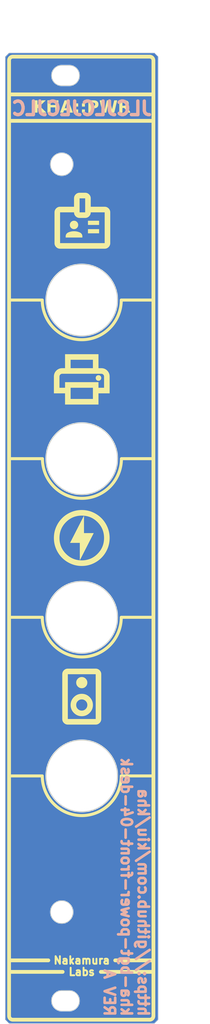
<source format=kicad_pcb>
(kicad_pcb (version 20221018) (generator pcbnew)
  (layers (0 "F.Cu" signal) (31 "B.Cu" signal) (34 "B.Paste" user) (35 "F.Paste" user) (36 "B.SilkS" user "B.Silkscreen") (37 "F.SilkS" user "F.Silkscreen") (38 "B.Mask" user) (39 "F.Mask" user) (44 "Edge.Cuts" user))
  (net 0 "")
  (gr_poly (pts (xy 72.305083 46.554992) (xy 70.823416 46.554992) (xy 70.823416 45.999367) (xy 72.305083 45.999367)) (fill solid) (layer "F.SilkS"))
  (gr_poly (pts (xy 72.305083 47.666242) (xy 70.823416 47.666242) (xy 70.823416 47.110617) (xy 72.305083 47.110617)) (fill solid) (layer "F.SilkS"))
  (gr_poly (pts (xy 70.490855 42.29605) (xy 70.528023 42.298601) (xy 70.564504 42.302851) (xy 70.600298 42.308801) (xy 70.635404 42.316452) (xy 70.669823 42.325803) (xy 70.703555 42.336854) (xy 70.7366 42.349605) (xy 70.768957 42.364056) (xy 70.800627 42.380208) (xy 70.831609 42.39806) (xy 70.861905 42.417611) (xy 70.891513 42.438863) (xy 70.920433 42.461815) (xy 70.948667 42.486468) (xy 70.976213 42.51282) (xy 71.002565 42.540366) (xy 71.027218 42.5686) (xy 71.05017 42.59752) (xy 71.071422 42.627128) (xy 71.090973 42.657424) (xy 71.108825 42.688406) (xy 71.124976 42.720076) (xy 71.139428 42.752433) (xy 71.152179 42.785478) (xy 71.16323 42.81921) (xy 71.172581 42.853629) (xy 71.180231 42.888735) (xy 71.186182 42.924529) (xy 71.190432 42.96101) (xy 71.192983 42.998178) (xy 71.193833 43.036034) (xy 71.193833 44.147283) (xy 73.045916 44.147283) (xy 73.083772 44.148134) (xy 73.12094 44.150684) (xy 73.157421 44.154934) (xy 73.193215 44.160885) (xy 73.228321 44.168535) (xy 73.26274 44.177886) (xy 73.296472 44.188937) (xy 73.329516 44.201688) (xy 73.361873 44.21614) (xy 73.393543 44.232291) (xy 73.424526 44.250143) (xy 73.454821 44.269695) (xy 73.484429 44.290947) (xy 73.51335 44.313899) (xy 73.541584 44.338551) (xy 73.56913 44.364903) (xy 73.595482 44.392449) (xy 73.620134 44.420683) (xy 73.643086 44.449604) (xy 73.664338 44.479212) (xy 73.68389 44.509507) (xy 73.701742 44.54049) (xy 73.717893 44.572159) (xy 73.732345 44.604517) (xy 73.745096 44.637561) (xy 73.756147 44.671293) (xy 73.765498 44.705712) (xy 73.773148 44.740818) (xy 73.779099 44.776612) (xy 73.783349 44.813093) (xy 73.785899 44.850261) (xy 73.786749 44.888117) (xy 73.786749 48.9627) (xy 73.785899 49.000556) (xy 73.783349 49.037724) (xy 73.779099 49.074205) (xy 73.773148 49.109999) (xy 73.765498 49.145105) (xy 73.756147 49.179524) (xy 73.745096 49.213256) (xy 73.732345 49.2463) (xy 73.717893 49.278657) (xy 73.701742 49.310327) (xy 73.68389 49.34131) (xy 73.664338 49.371605) (xy 73.643086 49.401213) (xy 73.620134 49.430134) (xy 73.595482 49.458368) (xy 73.56913 49.485914) (xy 73.541584 49.512266) (xy 73.51335 49.536918) (xy 73.484429 49.55987) (xy 73.454821 49.581122) (xy 73.424526 49.600674) (xy 73.393543 49.618526) (xy 73.361873 49.634677) (xy 73.329516 49.649129) (xy 73.296472 49.66188) (xy 73.26274 49.672931) (xy 73.228321 49.682282) (xy 73.193215 49.689932) (xy 73.157421 49.695883) (xy 73.12094 49.700133) (xy 73.083772 49.702683) (xy 73.045916 49.703533) (xy 67.11925 49.703533) (xy 67.081394 49.702683) (xy 67.044226 49.700133) (xy 67.007745 49.695883) (xy 66.971951 49.689932) (xy 66.936845 49.682282) (xy 66.902426 49.672931) (xy 66.868694 49.66188) (xy 66.835649 49.649129) (xy 66.803292 49.634677) (xy 66.771622 49.618526) (xy 66.74064 49.600674) (xy 66.710344 49.581122) (xy 66.680736 49.55987) (xy 66.651816 49.536918) (xy 66.623582 49.512266) (xy 66.596036 49.485914) (xy 66.569684 49.458368) (xy 66.545031 49.430134) (xy 66.522079 49.401213) (xy 66.500827 49.371605) (xy 66.481276 49.34131) (xy 66.463424 49.310327) (xy 66.447273 49.278657) (xy 66.432821 49.2463) (xy 66.42007 49.213256) (xy 66.409019 49.179524) (xy 66.399668 49.145105) (xy 66.392018 49.109999) (xy 66.386067 49.074205) (xy 66.381817 49.037724) (xy 66.379266 49.000556) (xy 66.378416 48.9627) (xy 66.378416 44.888117) (xy 67.11925 44.888117) (xy 67.11925 48.9627) (xy 73.045916 48.9627) (xy 73.045916 44.888117) (xy 71.193833 44.888117) (xy 71.192983 44.925972) (xy 71.190432 44.963141) (xy 71.186182 44.999622) (xy 71.180231 45.035415) (xy 71.172581 45.070522) (xy 71.16323 45.104941) (xy 71.152179 45.138673) (xy 71.139428 45.171717) (xy 71.124976 45.204074) (xy 71.108825 45.235744) (xy 71.090973 45.266727) (xy 71.071422 45.297022) (xy 71.05017 45.32663) (xy 71.027218 45.355551) (xy 71.002565 45.383784) (xy 70.976213 45.41133) (xy 70.948667 45.437683) (xy 70.920433 45.462335) (xy 70.891513 45.485287) (xy 70.861905 45.506539) (xy 70.831609 45.526091) (xy 70.800627 45.543943) (xy 70.768957 45.560094) (xy 70.7366 45.574545) (xy 70.703555 45.587297) (xy 70.669823 45.598348) (xy 70.635404 45.607698) (xy 70.600298 45.615349) (xy 70.564504 45.6213) (xy 70.528023 45.62555) (xy 70.490855 45.6281) (xy 70.453 45.62895) (xy 69.712166 45.62895) (xy 69.674311 45.6281) (xy 69.637142 45.62555) (xy 69.600661 45.6213) (xy 69.564868 45.615349) (xy 69.529761 45.607698) (xy 69.495342 45.598348) (xy 69.46161 45.587297) (xy 69.428566 45.574545) (xy 69.396209 45.560094) (xy 69.364539 45.543943) (xy 69.333556 45.526091) (xy 69.303261 45.506539) (xy 69.273653 45.485287) (xy 69.244732 45.462335) (xy 69.216499 45.437683) (xy 69.188953 45.41133) (xy 69.1626 45.383784) (xy 69.137948 45.355551) (xy 69.114996 45.32663) (xy 69.093744 45.297022) (xy 69.074192 45.266727) (xy 69.056341 45.235744) (xy 69.040189 45.204074) (xy 69.025738 45.171717) (xy 69.012987 45.138673) (xy 69.001936 45.104941) (xy 68.992585 45.070522) (xy 68.984934 45.035415) (xy 68.978984 44.999622) (xy 68.974733 44.963141) (xy 68.972183 44.925972) (xy 68.971333 44.888117) (xy 67.11925 44.888117) (xy 66.378416 44.888117) (xy 66.379266 44.850261) (xy 66.381817 44.813093) (xy 66.386067 44.776612) (xy 66.392018 44.740818) (xy 66.399668 44.705712) (xy 66.409019 44.671293) (xy 66.42007 44.637561) (xy 66.432821 44.604517) (xy 66.447273 44.572159) (xy 66.463424 44.54049) (xy 66.481276 44.509507) (xy 66.500827 44.479212) (xy 66.522079 44.449604) (xy 66.545031 44.420683) (xy 66.569684 44.392449) (xy 66.596036 44.364903) (xy 66.623582 44.338551) (xy 66.651816 44.313899) (xy 66.680736 44.290947) (xy 66.710344 44.269695) (xy 66.74064 44.250143) (xy 66.771622 44.232291) (xy 66.803292 44.21614) (xy 66.835649 44.201688) (xy 66.868694 44.188937) (xy 66.902426 44.177886) (xy 66.936845 44.168535) (xy 66.971951 44.160885) (xy 67.007745 44.154934) (xy 67.044226 44.150684) (xy 67.081394 44.148134) (xy 67.11925 44.147283) (xy 68.971333 44.147283) (xy 68.971333 43.036034) (xy 69.712166 43.036034) (xy 69.712166 44.888117) (xy 70.453 44.888117) (xy 70.453 43.036034) (xy 69.712166 43.036034) (xy 68.971333 43.036034) (xy 68.972183 42.998178) (xy 68.974733 42.96101) (xy 68.978984 42.924529) (xy 68.984934 42.888735) (xy 68.992585 42.853629) (xy 69.001936 42.81921) (xy 69.012987 42.785478) (xy 69.025738 42.752433) (xy 69.040189 42.720076) (xy 69.056341 42.688406) (xy 69.074192 42.657424) (xy 69.093744 42.627128) (xy 69.114996 42.59752) (xy 69.137948 42.5686) (xy 69.1626 42.540366) (xy 69.188953 42.51282) (xy 69.216499 42.486468) (xy 69.244732 42.461815) (xy 69.273653 42.438863) (xy 69.303261 42.417611) (xy 69.333556 42.39806) (xy 69.364539 42.380208) (xy 69.396209 42.364056) (xy 69.428566 42.349605) (xy 69.46161 42.336854) (xy 69.495342 42.325803) (xy 69.529761 42.316452) (xy 69.564868 42.308801) (xy 69.600661 42.302851) (xy 69.637142 42.298601) (xy 69.674311 42.29605) (xy 69.712166 42.2952) (xy 70.453 42.2952)) (fill solid) (layer "F.SilkS"))
  (gr_line (start 64.75 98.5) (end 60.5 98.5) (stroke (width 0.4)) (layer "F.SilkS"))
  (gr_arc (start 79.525 151.275001) (mid 79.378553 151.628554) (end 79.025 151.775001) (stroke (width 0.5)) (layer "F.SilkS"))
  (gr_line (start 67.46 145.441) (end 60.348 145.441) (stroke (width 0.5)) (layer "F.SilkS"))
  (gr_arc (start 75.25 98.5) (mid 70 103.75) (end 64.75 98.5) (stroke (width 0.4)) (layer "F.SilkS"))
  (gr_line (start 65.555 143.917) (end 60.348 143.917) (stroke (width 0.5)) (layer "F.SilkS"))
  (gr_poly (pts (xy 72.24198 66.444792) (xy 72.261062 66.44604) (xy 72.279745 66.44812) (xy 72.298031 66.451032) (xy 72.315919 66.454776) (xy 72.333408 66.459352) (xy 72.3505 66.464759) (xy 72.367194 66.470999) (xy 72.383491 66.478071) (xy 72.399389 66.485975) (xy 72.414889 66.494711) (xy 72.429992 66.504279) (xy 72.444696 66.514679) (xy 72.459003 66.525911) (xy 72.472912 66.537975) (xy 72.486423 66.55087) (xy 72.499319 66.564381) (xy 72.511382 66.57829) (xy 72.522614 66.592597) (xy 72.533014 66.607301) (xy 72.542582 66.622404) (xy 72.551318 66.637904) (xy 72.559222 66.653802) (xy 72.566294 66.670099) (xy 72.572534 66.686793) (xy 72.577941 66.703885) (xy 72.582517 66.721374) (xy 72.586261 66.739262) (xy 72.589173 66.757548) (xy 72.591253 66.776231) (xy 72.592501 66.795313) (xy 72.592917 66.814792) (xy 72.592501 66.834272) (xy 72.591253 66.853353) (xy 72.589173 66.872037) (xy 72.586261 66.890323) (xy 72.582517 66.908211) (xy 72.577941 66.925701) (xy 72.572534 66.942793) (xy 72.566294 66.959487) (xy 72.559222 66.975783) (xy 72.551318 66.991681) (xy 72.542582 67.007181) (xy 72.533014 67.022284) (xy 72.522614 67.036988) (xy 72.511382 67.051295) (xy 72.499319 67.065204) (xy 72.486423 67.078714) (xy 72.472912 67.09161) (xy 72.459003 67.103674) (xy 72.444696 67.114906) (xy 72.429992 67.125306) (xy 72.414889 67.134874) (xy 72.399389 67.143609) (xy 72.383491 67.151513) (xy 72.367194 67.158585) (xy 72.3505 67.164825) (xy 72.333408 67.170233) (xy 72.315919 67.174809) (xy 72.298031 67.178553) (xy 72.279745 67.181465) (xy 72.261062 67.183545) (xy 72.24198 67.184793) (xy 72.222501 67.185209) (xy 72.203021 67.184793) (xy 72.18394 67.183545) (xy 72.165256 67.181465) (xy 72.146971 67.178553) (xy 72.129083 67.174809) (xy 72.111593 67.170233) (xy 72.094501 67.164825) (xy 72.077807 67.158585) (xy 72.061511 67.151513) (xy 72.045613 67.143609) (xy 72.030112 67.134874) (xy 72.01501 67.125306) (xy 72.000305 67.114906) (xy 71.985998 67.103674) (xy 71.97209 67.09161) (xy 71.958579 67.078714) (xy 71.945683 67.065204) (xy 71.933619 67.051295) (xy 71.922387 67.036988) (xy 71.911987 67.022284) (xy 71.902419 67.007181) (xy 71.893683 66.991681) (xy 71.88578 66.975783) (xy 71.878708 66.959487) (xy 71.872468 66.942793) (xy 71.86706 66.925701) (xy 71.862484 66.908211) (xy 71.85874 66.890323) (xy 71.855828 66.872037) (xy 71.853748 66.853353) (xy 71.8525 66.834272) (xy 71.852084 66.814792) (xy 71.8525 66.795313) (xy 71.853748 66.776231) (xy 71.855828 66.757548) (xy 71.85874 66.739262) (xy 71.862484 66.721374) (xy 71.86706 66.703885) (xy 71.872468 66.686793) (xy 71.878708 66.670099) (xy 71.88578 66.653802) (xy 71.893683 66.637904) (xy 71.902419 66.622404) (xy 71.911987 66.607301) (xy 71.922387 66.592597) (xy 71.933619 66.57829) (xy 71.945683 66.564381) (xy 71.958579 66.55087) (xy 71.97209 66.537975) (xy 71.985998 66.525911) (xy 72.000305 66.514679) (xy 72.01501 66.504279) (xy 72.030112 66.494711) (xy 72.045613 66.485975) (xy 72.061511 66.478071) (xy 72.077807 66.470999) (xy 72.094501 66.464759) (xy 72.111593 66.459352) (xy 72.129083 66.454776) (xy 72.146971 66.451032) (xy 72.165256 66.44812) (xy 72.18394 66.44604) (xy 72.203021 66.444792) (xy 72.222501 66.444376)) (fill solid) (layer "F.SilkS"))
  (gr_poly (pts (xy 72.222501 65.518334) (xy 72.592917 65.518334) (xy 72.651355 65.519582) (xy 72.7086 65.523326) (xy 72.764651 65.529566) (xy 72.819508 65.538302) (xy 72.873171 65.549534) (xy 72.925641 65.563262) (xy 72.976917 65.579485) (xy 73.026999 65.598205) (xy 73.075888 65.619421) (xy 73.123583 65.643133) (xy 73.170084 65.66934) (xy 73.215391 65.698044) (xy 73.259504 65.729244) (xy 73.302424 65.762939) (xy 73.34415 65.799131) (xy 73.384683 65.837818) (xy 73.42337 65.878351) (xy 73.459562 65.920077) (xy 73.493258 65.962997) (xy 73.524457 66.007111) (xy 73.553161 66.052418) (xy 73.579369 66.098919) (xy 73.60308 66.146614) (xy 73.624296 66.195502) (xy 73.643016 66.245584) (xy 73.65924 66.29686) (xy 73.672968 66.34933) (xy 73.6842 66.402993) (xy 73.692936 66.45785) (xy 73.699176 66.513901) (xy 73.70292 66.571146) (xy 73.704167 66.629584) (xy 73.704167 68.852084) (xy 72.222501 68.852084) (xy 72.222501 70.33375) (xy 67.777501 70.33375) (xy 67.777501 68.852084) (xy 66.295834 68.852084) (xy 66.295834 68.111251) (xy 67.036668 68.111251) (xy 67.777501 68.111251) (xy 68.518334 68.111251) (xy 68.518334 69.592917) (xy 71.481667 69.592917) (xy 71.481667 68.111251) (xy 68.518334 68.111251) (xy 67.777501 68.111251) (xy 67.777501 67.370418) (xy 72.222501 67.370418) (xy 72.222501 68.111251) (xy 72.963334 68.111251) (xy 72.963334 66.629584) (xy 72.962918 66.610105) (xy 72.96167 66.591023) (xy 72.95959 66.57234) (xy 72.956678 66.554054) (xy 72.952934 66.536166) (xy 72.948358 66.518676) (xy 72.94295 66.501584) (xy 72.93671 66.48489) (xy 72.929638 66.468594) (xy 72.921735 66.452696) (xy 72.912999 66.437195) (xy 72.903431 66.422093) (xy 72.893031 66.407388) (xy 72.881799 66.393082) (xy 72.869735 66.379173) (xy 72.856839 66.365662) (xy 72.843328 66.352766) (xy 72.82942 66.340703) (xy 72.815113 66.329471) (xy 72.800408 66.319071) (xy 72.785306 66.309503) (xy 72.769806 66.300767) (xy 72.753907 66.292863) (xy 72.737611 66.285791) (xy 72.720917 66.279551) (xy 72.703825 66.274143) (xy 72.686335 66.269567) (xy 72.668448 66.265823) (xy 72.650162 66.262911) (xy 72.631478 66.260832) (xy 72.612397 66.259584) (xy 72.592917 66.259168) (xy 67.407084 66.259168) (xy 67.387605 66.259584) (xy 67.368523 66.260832) (xy 67.34984 66.262911) (xy 67.331554 66.265823) (xy 67.313666 66.269567) (xy 67.296176 66.274143) (xy 67.279084 66.279551) (xy 67.26239 66.285791) (xy 67.246094 66.292863) (xy 67.230196 66.300767) (xy 67.214696 66.309503) (xy 67.199593 66.319071) (xy 67.184889 66.329471) (xy 67.170582 66.340703) (xy 67.156673 66.352766) (xy 67.143162 66.365662) (xy 67.130267 66.379173) (xy 67.118203 66.393082) (xy 67.106971 66.407388) (xy 67.096571 66.422093) (xy 67.087003 66.437195) (xy 67.078267 66.452696) (xy 67.070363 66.468594) (xy 67.063291 66.48489) (xy 67.057051 66.501584) (xy 67.051643 66.518676) (xy 67.047067 66.536166) (xy 67.043324 66.554054) (xy 67.040412 66.57234) (xy 67.038332 66.591023) (xy 67.037084 66.610105) (xy 67.036668 66.629584) (xy 67.036668 68.111251) (xy 66.295834 68.111251) (xy 66.295834 66.629584) (xy 66.2971 66.571146) (xy 66.300899 66.513901) (xy 66.307229 66.45785) (xy 66.316091 66.402993) (xy 66.327486 66.34933) (xy 66.341413 66.29686) (xy 66.357872 66.245584) (xy 66.376863 66.195502) (xy 66.398386 66.146614) (xy 66.422442 66.098919) (xy 66.449029 66.052418) (xy 66.478149 66.007111) (xy 66.509801 65.962997) (xy 66.543985 65.920077) (xy 66.580701 65.878351) (xy 66.619949 65.837818) (xy 66.661006 65.799131) (xy 66.703148 65.762939) (xy 66.746375 65.729244) (xy 66.790688 65.698044) (xy 66.836086 65.66934) (xy 66.882568 65.643133) (xy 66.930137 65.619421) (xy 66.97879 65.598205) (xy 67.028529 65.579485) (xy 67.079352 65.563262) (xy 67.131261 65.549534) (xy 67.184255 65.538302) (xy 67.238335 65.529566) (xy 67.293499 65.523326) (xy 67.349749 65.519582) (xy 67.407084 65.518334) (xy 67.777501 65.518334) (xy 67.777501 64.407084) (xy 68.518334 64.407084) (xy 68.518334 65.518334) (xy 71.481667 65.518334) (xy 71.481667 64.407084) (xy 68.518334 64.407084) (xy 67.777501 64.407084) (xy 67.777501 63.666251) (xy 72.222501 63.666251)) (fill solid) (layer "F.SilkS"))
  (gr_line (start 79.525 24.774999) (end 79.525 151.275001) (stroke (width 0.5)) (layer "F.SilkS"))
  (gr_line (start 79.5 98.5) (end 75.25 98.5) (stroke (width 0.4)) (layer "F.SilkS"))
  (gr_line (start 64.772944 77.5) (end 60.522944 77.5) (stroke (width 0.4)) (layer "F.SilkS"))
  (gr_poly (pts (xy 69 46) (xy 69.028125 46.001899) (xy 69.055708 46.005064) (xy 69.082747 46.009495) (xy 69.109244 46.015193) (xy 69.135199 46.022156) (xy 69.160611 46.030386) (xy 69.18548 46.039881) (xy 69.209807 46.050643) (xy 69.233591 46.06267) (xy 69.256832 46.075964) (xy 69.279531 46.090524) (xy 69.301687 46.10635) (xy 69.323301 46.123442) (xy 69.344372 46.1418) (xy 69.364901 46.161424) (xy 69.384525 46.181953) (xy 69.402883 46.203024) (xy 69.419975 46.224637) (xy 69.435801 46.246794) (xy 69.45036 46.269492) (xy 69.463654 46.292734) (xy 69.475682 46.316518) (xy 69.486443 46.340845) (xy 69.495939 46.365714) (xy 69.504168 46.391126) (xy 69.511132 46.41708) (xy 69.516829 46.443578) (xy 69.52126 46.470617) (xy 69.524426 46.498199) (xy 69.526325 46.526324) (xy 69.526958 46.554992) (xy 69.526325 46.583659) (xy 69.524426 46.611784) (xy 69.52126 46.639366) (xy 69.516829 46.666406) (xy 69.511132 46.692903) (xy 69.504168 46.718858) (xy 69.495939 46.74427) (xy 69.486443 46.769139) (xy 69.475682 46.793466) (xy 69.463654 46.81725) (xy 69.45036 46.840491) (xy 69.435801 46.86319) (xy 69.419975 46.885346) (xy 69.402883 46.90696) (xy 69.384525 46.928031) (xy 69.364901 46.94856) (xy 69.344372 46.968184) (xy 69.323301 46.986542) (xy 69.301687 47.003634) (xy 69.279531 47.019459) (xy 69.256832 47.034019) (xy 69.233591 47.047313) (xy 69.209807 47.059341) (xy 69.18548 47.070102) (xy 69.160611 47.079598) (xy 69.135199 47.087827) (xy 69.109244 47.094791) (xy 69.082747 47.100488) (xy 69.055708 47.104919) (xy 69.028125 47.108085) (xy 69 47.109984) (xy 68.971333 47.110617) (xy 68.942665 47.109984) (xy 68.91454 47.108085) (xy 68.886958 47.104919) (xy 68.859918 47.100488) (xy 68.833421 47.094791) (xy 68.807467 47.087827) (xy 68.782055 47.079598) (xy 68.757186 47.070102) (xy 68.732859 47.059341) (xy 68.709075 47.047313) (xy 68.685833 47.034019) (xy 68.663135 47.019459) (xy 68.640978 47.003634) (xy 68.619365 46.986542) (xy 68.598294 46.968184) (xy 68.577765 46.94856) (xy 68.558141 46.928031) (xy 68.539783 46.90696) (xy 68.522691 46.885346) (xy 68.506865 46.86319) (xy 68.492305 46.840491) (xy 68.479011 46.81725) (xy 68.466984 46.793466) (xy 68.456222 46.769139) (xy 68.446727 46.74427) (xy 68.438497 46.718858) (xy 68.431534 46.692903) (xy 68.425836 46.666406) (xy 68.421405 46.639366) (xy 68.41824 46.611784) (xy 68.416341 46.583659) (xy 68.415708 46.554992) (xy 68.416341 46.526324) (xy 68.41824 46.498199) (xy 68.421405 46.470617) (xy 68.425836 46.443578) (xy 68.431534 46.41708) (xy 68.438497 46.391126) (xy 68.446727 46.365714) (xy 68.456222 46.340845) (xy 68.466984 46.316518) (xy 68.479011 46.292734) (xy 68.492305 46.269492) (xy 68.506865 46.246794) (xy 68.522691 46.224637) (xy 68.539783 46.203024) (xy 68.558141 46.181953) (xy 68.577765 46.161424) (xy 68.598294 46.1418) (xy 68.619365 46.123442) (xy 68.640978 46.10635) (xy 68.663135 46.090524) (xy 68.685833 46.075964) (xy 68.709075 46.06267) (xy 68.732859 46.050643) (xy 68.757186 46.039881) (xy 68.782055 46.030386) (xy 68.807467 46.022156) (xy 68.833421 46.015193) (xy 68.859918 46.009495) (xy 68.886958 46.005064) (xy 68.91454 46.001899) (xy 68.942665 46) (xy 68.971333 45.999367)) (fill solid) (layer "F.SilkS"))
  (gr_line (start 79.525 143.917) (end 74.445 143.917) (stroke (width 0.5)) (layer "F.SilkS"))
  (gr_line (start 79.5 119.5) (end 75.25 119.5) (stroke (width 0.4)) (layer "F.SilkS"))
  (gr_line (start 79.522944 77.5) (end 75.272944 77.5) (stroke (width 0.4)) (layer "F.SilkS"))
  (gr_line (start 64.75 119.5) (end 60.5 119.5) (stroke (width 0.4)) (layer "F.SilkS"))
  (gr_arc (start 60.340001 24.774999) (mid 60.486448 24.421447) (end 60.84 24.275) (stroke (width 0.5)) (layer "F.SilkS"))
  (gr_line (start 64.75 56.5) (end 60.5 56.5) (stroke (width 0.4)) (layer "F.SilkS"))
  (gr_arc (start 75.25 56.5) (mid 70 61.75) (end 64.75 56.5) (stroke (width 0.4)) (layer "F.SilkS"))
  (gr_poly (pts (xy 69.024219 47.38908) (xy 69.076381 47.391034) (xy 69.12782 47.394289) (xy 69.178535 47.398847) (xy 69.228527 47.404707) (xy 69.277795 47.41187) (xy 69.32634 47.420334) (xy 69.374161 47.430101) (xy 69.421548 47.44117) (xy 69.468791 47.453542) (xy 69.515889 47.467215) (xy 69.562842 47.482191) (xy 69.60965 47.498469) (xy 69.656314 47.516049) (xy 69.702833 47.534932) (xy 69.749208 47.555116) (xy 69.768615 47.564612) (xy 69.787479 47.574578) (xy 69.805801 47.585014) (xy 69.823581 47.595921) (xy 69.840817 47.607297) (xy 69.857511 47.619144) (xy 69.873663 47.631461) (xy 69.889272 47.644249) (xy 69.904338 47.657506) (xy 69.918862 47.671234) (xy 69.932843 47.685432) (xy 69.946281 47.7001) (xy 69.959177 47.715239) (xy 69.97153 47.730848) (xy 69.983341 47.746927) (xy 69.994609 47.763476) (xy 70.005262 47.780351) (xy 70.015228 47.797407) (xy 70.024506 47.814644) (xy 70.033098 47.832061) (xy 70.041001 47.849659) (xy 70.048218 47.867439) (xy 70.054747 47.885399) (xy 70.060589 47.90354) (xy 70.065744 47.921862) (xy 70.070212 47.940364) (xy 70.073992 47.959048) (xy 70.077085 47.977913) (xy 70.07949 47.996958) (xy 70.081208 48.016184) (xy 70.082239 48.035591) (xy 70.082583 48.055179) (xy 70.082583 48.221867) (xy 67.860083 48.221867) (xy 67.860083 48.055179) (xy 67.860427 48.035591) (xy 67.861458 48.016184) (xy 67.863176 47.996958) (xy 67.865581 47.977913) (xy 67.868674 47.959048) (xy 67.872454 47.940364) (xy 67.876922 47.921862) (xy 67.882076 47.90354) (xy 67.887918 47.885399) (xy 67.894448 47.867439) (xy 67.901664 47.849659) (xy 67.909568 47.832061) (xy 67.91816 47.814644) (xy 67.927438 47.797407) (xy 67.937404 47.780351) (xy 67.948057 47.763476) (xy 67.959325 47.746927) (xy 67.971136 47.730848) (xy 67.983489 47.715239) (xy 67.996385 47.7001) (xy 68.009823 47.685432) (xy 68.023804 47.671234) (xy 68.038328 47.657506) (xy 68.053394 47.644249) (xy 68.069003 47.631461) (xy 68.085154 47.619144) (xy 68.101848 47.607297) (xy 68.119085 47.595921) (xy 68.136864 47.585014) (xy 68.155186 47.574578) (xy 68.174051 47.564612) (xy 68.193458 47.555116) (xy 68.239832 47.534932) (xy 68.286352 47.516049) (xy 68.333015 47.498469) (xy 68.379824 47.482191) (xy 68.426777 47.467215) (xy 68.473875 47.453542) (xy 68.521118 47.44117) (xy 68.568505 47.430101) (xy 68.616326 47.420334) (xy 68.664871 47.41187) (xy 68.714139 47.404707) (xy 68.764131 47.398847) (xy 68.814846 47.394289) (xy 68.866285 47.391034) (xy 68.918447 47.38908) (xy 68.971333 47.388429)) (fill solid) (layer "F.SilkS"))
  (gr_arc (start 75.272944 77.5) (mid 70.022944 82.75) (end 64.772944 77.5) (stroke (width 0.4)) (layer "F.SilkS"))
  (gr_line (start 60.34 151.275) (end 60.34 24.775) (stroke (width 0.5)) (layer "F.SilkS"))
  (gr_poly (pts (xy 70.037856 106.407934) (xy 70.075025 106.410485) (xy 70.111506 106.414735) (xy 70.147299 106.420685) (xy 70.182406 106.428336) (xy 70.216825 106.437687) (xy 70.250557 106.448738) (xy 70.283601 106.461489) (xy 70.315958 106.47594) (xy 70.347628 106.492092) (xy 70.378611 106.509944) (xy 70.408906 106.529495) (xy 70.438514 106.550747) (xy 70.467435 106.573699) (xy 70.495668 106.598352) (xy 70.523215 106.624704) (xy 70.549567 106.65225) (xy 70.574219 106.680484) (xy 70.597171 106.709404) (xy 70.618423 106.739012) (xy 70.637975 106.769308) (xy 70.655826 106.80029) (xy 70.671978 106.83196) (xy 70.686429 106.864317) (xy 70.69918 106.897362) (xy 70.710231 106.931094) (xy 70.719582 106.965513) (xy 70.727233 107.000619) (xy 70.733183 107.036413) (xy 70.737434 107.072894) (xy 70.739984 107.110062) (xy 70.740834 107.147917) (xy 70.739984 107.185773) (xy 70.737434 107.222941) (xy 70.733183 107.259422) (xy 70.727233 107.295216) (xy 70.719582 107.330322) (xy 70.710231 107.364741) (xy 70.69918 107.398473) (xy 70.686429 107.431518) (xy 70.671978 107.463875) (xy 70.655826 107.495545) (xy 70.637975 107.526527) (xy 70.618423 107.556823) (xy 70.597171 107.586431) (xy 70.574219 107.615351) (xy 70.549567 107.643585) (xy 70.523215 107.671131) (xy 70.495668 107.697483) (xy 70.467435 107.722136) (xy 70.438514 107.745088) (xy 70.408906 107.76634) (xy 70.378611 107.785892) (xy 70.347628 107.803743) (xy 70.315958 107.819895) (xy 70.283601 107.834346) (xy 70.250557 107.847097) (xy 70.216825 107.858148) (xy 70.182406 107.867499) (xy 70.147299 107.87515) (xy 70.111506 107.8811) (xy 70.075025 107.885351) (xy 70.037856 107.887901) (xy 70.000001 107.888751) (xy 69.962145 107.887901) (xy 69.924977 107.885351) (xy 69.888496 107.8811) (xy 69.852702 107.87515) (xy 69.817596 107.867499) (xy 69.783177 107.858148) (xy 69.749445 107.847097) (xy 69.716401 107.834346) (xy 69.684043 107.819895) (xy 69.652373 107.803743) (xy 69.621391 107.785892) (xy 69.591096 107.76634) (xy 69.561488 107.745088) (xy 69.532567 107.722136) (xy 69.504333 107.697483) (xy 69.476787 107.671131) (xy 69.450435 107.643585) (xy 69.425783 107.615351) (xy 69.402831 107.586431) (xy 69.381579 107.556823) (xy 69.362027 107.526527) (xy 69.344175 107.495545) (xy 69.328024 107.463875) (xy 69.313573 107.431518) (xy 69.300821 107.398473) (xy 69.28977 107.364741) (xy 69.28042 107.330322) (xy 69.272769 107.295216) (xy 69.266818 107.259422) (xy 69.262568 107.222941) (xy 69.260018 107.185773) (xy 69.259168 107.147917) (xy 69.260018 107.110062) (xy 69.262568 107.072894) (xy 69.266818 107.036413) (xy 69.272769 107.000619) (xy 69.28042 106.965513) (xy 69.28977 106.931094) (xy 69.300821 106.897362) (xy 69.313573 106.864317) (xy 69.328024 106.83196) (xy 69.344175 106.80029) (xy 69.362027 106.769308) (xy 69.381579 106.739012) (xy 69.402831 106.709404) (xy 69.425783 106.680484) (xy 69.450435 106.65225) (xy 69.476787 106.624704) (xy 69.504333 106.598352) (xy 69.532567 106.573699) (xy 69.561488 106.550747) (xy 69.591096 106.529495) (xy 69.621391 106.509944) (xy 69.652373 106.492092) (xy 69.684043 106.47594) (xy 69.716401 106.461489) (xy 69.749445 106.448738) (xy 69.783177 106.437687) (xy 69.817596 106.428336) (xy 69.852702 106.420685) (xy 69.888496 106.414735) (xy 69.924977 106.410485) (xy 69.962145 106.407934) (xy 70.000001 106.407084)) (fill solid) (layer "F.SilkS"))
  (gr_arc (start 79.025 24.274999) (mid 79.378553 24.421446) (end 79.525 24.774999) (stroke (width 0.5)) (layer "F.SilkS"))
  (gr_line (start 60.84 24.275) (end 79.025 24.274999) (stroke (width 0.5)) (layer "F.SilkS"))
  (gr_arc (start 75.25 119.5) (mid 70 124.75) (end 64.75 119.5) (stroke (width 0.4)) (layer "F.SilkS"))
  (gr_poly (pts (xy 71.88994 105.296684) (xy 71.927108 105.299235) (xy 71.963589 105.303485) (xy 71.999383 105.309435) (xy 72.034489 105.317086) (xy 72.068908 105.326437) (xy 72.10264 105.337488) (xy 72.135684 105.350239) (xy 72.168042 105.36469) (xy 72.199711 105.380842) (xy 72.230694 105.398694) (xy 72.260989 105.418245) (xy 72.290597 105.439497) (xy 72.319518 105.462449) (xy 72.347751 105.487102) (xy 72.375297 105.513454) (xy 72.40165 105.541) (xy 72.426302 105.569234) (xy 72.449254 105.598154) (xy 72.470506 105.627762) (xy 72.490058 105.658058) (xy 72.507909 105.68904) (xy 72.524061 105.72071) (xy 72.538512 105.753067) (xy 72.551263 105.786112) (xy 72.562314 105.819844) (xy 72.571665 105.854263) (xy 72.579316 105.889369) (xy 72.585266 105.925163) (xy 72.589517 105.961644) (xy 72.592067 105.998812) (xy 72.592917 106.036668) (xy 72.592917 111.963334) (xy 72.592067 112.00119) (xy 72.589517 112.038358) (xy 72.585266 112.074839) (xy 72.579316 112.110633) (xy 72.571665 112.145739) (xy 72.562314 112.180158) (xy 72.551263 112.21389) (xy 72.538512 112.246934) (xy 72.524061 112.279291) (xy 72.507909 112.310961) (xy 72.490058 112.341944) (xy 72.470506 112.372239) (xy 72.449254 112.401847) (xy 72.426302 112.430768) (xy 72.40165 112.459002) (xy 72.375297 112.486548) (xy 72.347751 112.5129) (xy 72.319518 112.537552) (xy 72.290597 112.560504) (xy 72.260989 112.581756) (xy 72.230694 112.601308) (xy 72.199711 112.61916) (xy 72.168042 112.635311) (xy 72.135684 112.649763) (xy 72.10264 112.662514) (xy 72.068908 112.673565) (xy 72.034489 112.682916) (xy 71.999383 112.690566) (xy 71.963589 112.696517) (xy 71.927108 112.700767) (xy 71.88994 112.703317) (xy 71.852084 112.704167) (xy 68.147917 112.704167) (xy 68.110062 112.703317) (xy 68.072894 112.700767) (xy 68.036413 112.696517) (xy 68.000619 112.690566) (xy 67.965513 112.682916) (xy 67.931094 112.673565) (xy 67.897362 112.662514) (xy 67.864317 112.649763) (xy 67.83196 112.635311) (xy 67.80029 112.61916) (xy 67.769308 112.601308) (xy 67.739012 112.581756) (xy 67.709404 112.560504) (xy 67.680484 112.537552) (xy 67.65225 112.5129) (xy 67.624704 112.486548) (xy 67.598352 112.459002) (xy 67.573699 112.430768) (xy 67.550747 112.401847) (xy 67.529495 112.372239) (xy 67.509944 112.341944) (xy 67.492092 112.310961) (xy 67.475941 112.279291) (xy 67.461489 112.246934) (xy 67.448738 112.21389) (xy 67.437687 112.180158) (xy 67.428336 112.145739) (xy 67.420686 112.110633) (xy 67.414735 112.074839) (xy 67.410485 112.038358) (xy 67.407934 112.00119) (xy 67.407084 111.963334) (xy 67.407084 106.036668) (xy 68.147917 106.036668) (xy 68.147917 111.963334) (xy 71.852084 111.963334) (xy 71.852084 106.036668) (xy 68.147917 106.036668) (xy 67.407084 106.036668) (xy 67.407934 105.998812) (xy 67.410485 105.961644) (xy 67.414735 105.925163) (xy 67.420686 105.889369) (xy 67.428336 105.854263) (xy 67.437687 105.819844) (xy 67.448738 105.786112) (xy 67.461489 105.753067) (xy 67.475941 105.72071) (xy 67.492092 105.68904) (xy 67.509944 105.658058) (xy 67.529495 105.627762) (xy 67.550747 105.598154) (xy 67.573699 105.569234) (xy 67.598352 105.541) (xy 67.624704 105.513454) (xy 67.65225 105.487102) (xy 67.680484 105.462449) (xy 67.709404 105.439497) (xy 67.739012 105.418245) (xy 67.769308 105.398694) (xy 67.80029 105.380842) (xy 67.83196 105.36469) (xy 67.864317 105.350239) (xy 67.897362 105.337488) (xy 67.931094 105.326437) (xy 67.965513 105.317086) (xy 68.000619 105.309435) (xy 68.036413 105.303485) (xy 68.072894 105.299235) (xy 68.110062 105.296684) (xy 68.147917 105.295834) (xy 71.852084 105.295834)) (fill solid) (layer "F.SilkS"))
  (gr_line (start 79.025 151.775001) (end 60.84 151.775) (stroke (width 0.5)) (layer "F.SilkS"))
  (gr_poly (pts (xy 70.095716 84.296974) (xy 70.190707 84.300392) (xy 70.284976 84.306089) (xy 70.37852 84.314066) (xy 70.471341 84.324321) (xy 70.563439 84.336855) (xy 70.654813 84.351668) (xy 70.745464 84.36876) (xy 70.835391 84.388131) (xy 70.924595 84.409781) (xy 71.013076 84.43371) (xy 71.100833 84.459917) (xy 71.187866 84.488404) (xy 71.274176 84.519169) (xy 71.359763 84.552214) (xy 71.444626 84.587537) (xy 71.52844 84.624814) (xy 71.610879 84.663719) (xy 71.691944 84.704251) (xy 71.771634 84.746411) (xy 71.84995 84.790199) (xy 71.926891 84.835615) (xy 72.002458 84.882659) (xy 72.076649 84.93133) (xy 72.149467 84.98163) (xy 72.220909 85.033557) (xy 72.290977 85.087112) (xy 72.359671 85.142294) (xy 72.42699 85.199105) (xy 72.492934 85.257543) (xy 72.557504 85.317609) (xy 72.620699 85.379303) (xy 72.682393 85.442498) (xy 72.742459 85.507068) (xy 72.800897 85.573012) (xy 72.857707 85.640331) (xy 72.91289 85.709024) (xy 72.966445 85.779092) (xy 73.018372 85.850535) (xy 73.068671 85.923352) (xy 73.117343 85.997544) (xy 73.164386 86.073111) (xy 73.209802 86.150052) (xy 73.25359 86.228367) (xy 73.295751 86.308057) (xy 73.336283 86.389122) (xy 73.375188 86.471562) (xy 73.412465 86.555376) (xy 73.447788 86.640239) (xy 73.480832 86.725825) (xy 73.511598 86.812135) (xy 73.540084 86.899169) (xy 73.566292 86.986926) (xy 73.590221 87.075406) (xy 73.611871 87.16461) (xy 73.631242 87.254537) (xy 73.648334 87.345188) (xy 73.663147 87.436563) (xy 73.675681 87.52866) (xy 73.685936 87.621481) (xy 73.693912 87.715026) (xy 73.69961 87.809294) (xy 73.703028 87.904286) (xy 73.704167 88.000001) (xy 73.703028 88.095716) (xy 73.69961 88.190708) (xy 73.693912 88.284976) (xy 73.685936 88.378521) (xy 73.675681 88.471342) (xy 73.663147 88.56344) (xy 73.648334 88.654814) (xy 73.631242 88.745465) (xy 73.611871 88.835392) (xy 73.590221 88.924596) (xy 73.566292 89.013076) (xy 73.540084 89.100833) (xy 73.511598 89.187866) (xy 73.480832 89.274176) (xy 73.447788 89.359763) (xy 73.412465 89.444626) (xy 73.375188 89.52844) (xy 73.336283 89.610879) (xy 73.295751 89.691944) (xy 73.25359 89.771634) (xy 73.209802 89.84995) (xy 73.164386 89.926891) (xy 73.117343 90.002457) (xy 73.068671 90.076649) (xy 73.018372 90.149466) (xy 72.966445 90.220909) (xy 72.91289 90.290977) (xy 72.857707 90.359671) (xy 72.800897 90.42699) (xy 72.742459 90.492934) (xy 72.682393 90.557504) (xy 72.620699 90.620699) (xy 72.557504 90.682393) (xy 72.492934 90.742459) (xy 72.42699 90.800897) (xy 72.359671 90.857707) (xy 72.290977 90.91289) (xy 72.220909 90.966445) (xy 72.149467 91.018372) (xy 72.076649 91.068671) (xy 72.002458 91.117343) (xy 71.926891 91.164386) (xy 71.84995 91.209802) (xy 71.771634 91.25359) (xy 71.691944 91.295751) (xy 71.610879 91.336283) (xy 71.52844 91.375188) (xy 71.444626 91.412465) (xy 71.359763 91.447788) (xy 71.274176 91.480832) (xy 71.187866 91.511598) (xy 71.100833 91.540084) (xy 71.013076 91.566292) (xy 70.924595 91.590221) (xy 70.835391 91.611871) (xy 70.745464 91.631242) (xy 70.654813 91.648334) (xy 70.563439 91.663147) (xy 70.471341 91.675681) (xy 70.37852 91.685936) (xy 70.284976 91.693912) (xy 70.190707 91.69961) (xy 70.095716 91.703028) (xy 70.000001 91.704167) (xy 69.904286 91.703028) (xy 69.809294 91.69961) (xy 69.715026 91.693912) (xy 69.621481 91.685936) (xy 69.52866 91.675681) (xy 69.436562 91.663147) (xy 69.345188 91.648334) (xy 69.254537 91.631242) (xy 69.16461 91.611871) (xy 69.075406 91.590221) (xy 68.986926 91.566292) (xy 68.899169 91.540084) (xy 68.812135 91.511598) (xy 68.725825 91.480832) (xy 68.640239 91.447788) (xy 68.555376 91.412465) (xy 68.471562 91.375188) (xy 68.389122 91.336283) (xy 68.308058 91.295751) (xy 68.228367 91.25359) (xy 68.150052 91.209802) (xy 68.073111 91.164386) (xy 67.997544 91.117343) (xy 67.923353 91.068671) (xy 67.850535 91.018372) (xy 67.779093 90.966445) (xy 67.709024 90.91289) (xy 67.640331 90.857707) (xy 67.573012 90.800897) (xy 67.507068 90.742459) (xy 67.442498 90.682393) (xy 67.379303 90.620699) (xy 67.317609 90.557504) (xy 67.257543 90.492934) (xy 67.199105 90.42699) (xy 67.142294 90.359671) (xy 67.087112 90.290977) (xy 67.033557 90.220909) (xy 66.98163 90.149466) (xy 66.93133 90.076649) (xy 66.882659 90.002457) (xy 66.835615 89.926891) (xy 66.790199 89.84995) (xy 66.746411 89.771634) (xy 66.704251 89.691944) (xy 66.663719 89.610879) (xy 66.624814 89.52844) (xy 66.587537 89.444626) (xy 66.552214 89.359763) (xy 66.519169 89.274176) (xy 66.488404 89.187866) (xy 66.459917 89.100833) (xy 66.43371 89.013076) (xy 66.409781 88.924596) (xy 66.388131 88.835392) (xy 66.36876 88.745465) (xy 66.351668 88.654814) (xy 66.336855 88.56344) (xy 66.324321 88.471342) (xy 66.314066 88.378521) (xy 66.306089 88.284976) (xy 66.300392 88.190708) (xy 66.296974 88.095716) (xy 66.295834 88.000001) (xy 67.036668 88.000001) (xy 67.04005 88.152526) (xy 67.050196 88.302194) (xy 67.067108 88.449004) (xy 67.090783 88.592957) (xy 67.121223 88.734052) (xy 67.158428 88.872289) (xy 67.202396 89.007668) (xy 67.25313 89.14019) (xy 67.310628 89.269853) (xy 67.37489 89.39666) (xy 67.445916 89.520608) (xy 67.523708 89.641699) (xy 67.608263 89.759932) (xy 67.699583 89.875307) (xy 67.797668 89.987825) (xy 67.902517 90.097485) (xy 68.012176 90.202334) (xy 68.124694 90.300419) (xy 68.24007 90.391739) (xy 68.358303 90.476294) (xy 68.479393 90.554085) (xy 68.603342 90.625112) (xy 68.730148 90.689374) (xy 68.859812 90.746872) (xy 68.992334 90.797605) (xy 69.127713 90.841574) (xy 69.26595 90.878779) (xy 69.407045 90.909219) (xy 69.550997 90.932894) (xy 69.697807 90.949805) (xy 69.740709 90.952714) (xy 69.740709 90.963334) (xy 69.745973 90.953071) (xy 69.847475 90.959952) (xy 70.000001 90.963334) (xy 70.152527 90.959952) (xy 70.302194 90.949805) (xy 70.449005 90.932894) (xy 70.592957 90.909219) (xy 70.734052 90.878779) (xy 70.872289 90.841574) (xy 71.007668 90.797605) (xy 71.14019 90.746872) (xy 71.269854 90.689374) (xy 71.39666 90.625112) (xy 71.520608 90.554085) (xy 71.641699 90.476294) (xy 71.759932 90.391739) (xy 71.875308 90.300419) (xy 71.987825 90.202334) (xy 72.097485 90.097485) (xy 72.202334 89.987825) (xy 72.300418 89.875307) (xy 72.391738 89.759932) (xy 72.476294 89.641699) (xy 72.554085 89.520608) (xy 72.625112 89.39666) (xy 72.689374 89.269853) (xy 72.746872 89.14019) (xy 72.797605 89.007668) (xy 72.841574 88.872289) (xy 72.878778 88.734052) (xy 72.909218 88.592957) (xy 72.932894 88.449004) (xy 72.949805 88.302194) (xy 72.959952 88.152526) (xy 72.963334 88.000001) (xy 72.959952 87.847475) (xy 72.949805 87.697807) (xy 72.932894 87.550997) (xy 72.909218 87.407045) (xy 72.878778 87.26595) (xy 72.841574 87.127713) (xy 72.797605 86.992334) (xy 72.746872 86.859812) (xy 72.689374 86.730148) (xy 72.625112 86.603342) (xy 72.554085 86.479393) (xy 72.476294 86.358302) (xy 72.391738 86.240069) (xy 72.300418 86.124694) (xy 72.202334 86.012176) (xy 72.097485 85.902517) (xy 71.987825 85.797668) (xy 71.875308 85.699583) (xy 71.759932 85.608263) (xy 71.641699 85.523708) (xy 71.520608 85.445917) (xy 71.39666 85.37489) (xy 71.269854 85.310628) (xy 71.14019 85.25313) (xy 71.007668 85.202397) (xy 70.872289 85.158428) (xy 70.734052 85.121223) (xy 70.592957 85.090783) (xy 70.449005 85.067108) (xy 70.302194 85.050196) (xy 70.296334 85.049799) (xy 70.296334 87.351772) (xy 71.592793 87.351772) (xy 69.745973 90.953071) (xy 69.740709 90.952714) (xy 69.740709 88.64823) (xy 68.444251 88.64823) (xy 70.289826 85.049358) (xy 70.296334 85.049799) (xy 70.296334 85.036668) (xy 70.289826 85.049358) (xy 70.152527 85.04005) (xy 70.000001 85.036668) (xy 69.847475 85.04005) (xy 69.697807 85.050196) (xy 69.550997 85.067108) (xy 69.407045 85.090783) (xy 69.26595 85.121223) (xy 69.127713 85.158428) (xy 68.992334 85.202397) (xy 68.859812 85.25313) (xy 68.730148 85.310628) (xy 68.603342 85.37489) (xy 68.479393 85.445917) (xy 68.358303 85.523708) (xy 68.24007 85.608263) (xy 68.124694 85.699583) (xy 68.012176 85.797668) (xy 67.902517 85.902517) (xy 67.797668 86.012176) (xy 67.699583 86.124694) (xy 67.608263 86.240069) (xy 67.523708 86.358302) (xy 67.445916 86.479393) (xy 67.37489 86.603342) (xy 67.310628 86.730148) (xy 67.25313 86.859812) (xy 67.202396 86.992334) (xy 67.158428 87.127713) (xy 67.121223 87.26595) (xy 67.090783 87.407045) (xy 67.067108 87.550997) (xy 67.050196 87.697807) (xy 67.04005 87.847475) (xy 67.036668 88.000001) (xy 66.295834 88.000001) (xy 66.296974 87.904286) (xy 66.300392 87.809294) (xy 66.306089 87.715026) (xy 66.314066 87.621481) (xy 66.324321 87.52866) (xy 66.336855 87.436563) (xy 66.351668 87.345188) (xy 66.36876 87.254537) (xy 66.388131 87.16461) (xy 66.409781 87.075406) (xy 66.43371 86.986926) (xy 66.459917 86.899169) (xy 66.488404 86.812135) (xy 66.519169 86.725825) (xy 66.552214 86.640239) (xy 66.587537 86.555376) (xy 66.624814 86.471562) (xy 66.663719 86.389122) (xy 66.704251 86.308057) (xy 66.746411 86.228367) (xy 66.790199 86.150052) (xy 66.835615 86.073111) (xy 66.882659 85.997544) (xy 66.93133 85.923352) (xy 66.98163 85.850535) (xy 67.033557 85.779092) (xy 67.087112 85.709024) (xy 67.142294 85.640331) (xy 67.199105 85.573012) (xy 67.257543 85.507068) (xy 67.317609 85.442498) (xy 67.379303 85.379303) (xy 67.442498 85.317609) (xy 67.507068 85.257543) (xy 67.573012 85.199105) (xy 67.640331 85.142294) (xy 67.709024 85.087112) (xy 67.779093 85.033557) (xy 67.850535 84.98163) (xy 67.923353 84.93133) (xy 67.997544 84.882659) (xy 68.073111 84.835615) (xy 68.150052 84.790199) (xy 68.228367 84.746411) (xy 68.308058 84.704251) (xy 68.389122 84.663719) (xy 68.471562 84.624814) (xy 68.555376 84.587537) (xy 68.640239 84.552214) (xy 68.725825 84.519169) (xy 68.812135 84.488404) (xy 68.899169 84.459917) (xy 68.986926 84.43371) (xy 69.075406 84.409781) (xy 69.16461 84.388131) (xy 69.254537 84.36876) (xy 69.345188 84.351668) (xy 69.436562 84.336855) (xy 69.52866 84.324321) (xy 69.621481 84.314066) (xy 69.715026 84.306089) (xy 69.809294 84.300392) (xy 69.904286 84.296974) (xy 70.000001 84.295834)) (fill solid) (layer "F.SilkS"))
  (gr_line (start 60.34 29.275) (end 79.525 29.275) (stroke (width 0.5)) (layer "F.SilkS"))
  (gr_arc (start 60.84 151.775) (mid 60.486447 151.628553) (end 60.34 151.275) (stroke (width 0.5)) (layer "F.SilkS"))
  (gr_poly (pts (xy 70.075712 108.631284) (xy 70.150049 108.636385) (xy 70.223011 108.644886) (xy 70.294598 108.656787) (xy 70.364811 108.672088) (xy 70.433649 108.69079) (xy 70.501112 108.712892) (xy 70.567201 108.738394) (xy 70.631916 108.767297) (xy 70.695256 108.7996) (xy 70.757221 108.835303) (xy 70.817811 108.874406) (xy 70.877027 108.91691) (xy 70.934869 108.962815) (xy 70.991336 109.012119) (xy 71.046428 109.064824) (xy 71.099133 109.119916) (xy 71.148437 109.176383) (xy 71.194341 109.234224) (xy 71.236845 109.29344) (xy 71.275949 109.354031) (xy 71.311652 109.415996) (xy 71.343955 109.479336) (xy 71.372857 109.54405) (xy 71.39836 109.610139) (xy 71.420462 109.677603) (xy 71.439163 109.746441) (xy 71.454465 109.816654) (xy 71.466366 109.888241) (xy 71.474867 109.961203) (xy 71.479967 110.03554) (xy 71.481667 110.111251) (xy 71.479967 110.186962) (xy 71.474867 110.261298) (xy 71.466366 110.33426) (xy 71.454465 110.405848) (xy 71.439163 110.47606) (xy 71.420462 110.544899) (xy 71.39836 110.612362) (xy 71.372857 110.678451) (xy 71.343955 110.743166) (xy 71.311652 110.806505) (xy 71.275949 110.868471) (xy 71.236845 110.929061) (xy 71.194341 110.988277) (xy 71.148437 111.046119) (xy 71.099133 111.102586) (xy 71.046428 111.157678) (xy 70.991336 111.210383) (xy 70.934869 111.259687) (xy 70.877027 111.305591) (xy 70.817811 111.348095) (xy 70.757221 111.387199) (xy 70.695256 111.422902) (xy 70.631916 111.455205) (xy 70.567201 111.484107) (xy 70.501112 111.50961) (xy 70.433649 111.531712) (xy 70.364811 111.550413) (xy 70.294598 111.565715) (xy 70.223011 111.577616) (xy 70.150049 111.586116) (xy 70.075712 111.591217) (xy 70.000001 111.592917) (xy 69.92429 111.591217) (xy 69.849953 111.586116) (xy 69.776991 111.577616) (xy 69.705404 111.565715) (xy 69.635191 111.550413) (xy 69.566353 111.531712) (xy 69.498889 111.50961) (xy 69.4328 111.484107) (xy 69.368086 111.455205) (xy 69.304746 111.422902) (xy 69.242781 111.387199) (xy 69.18219 111.348095) (xy 69.122974 111.305591) (xy 69.065133 111.259687) (xy 69.008666 111.210383) (xy 68.953574 111.157678) (xy 68.900869 111.102586) (xy 68.851564 111.046119) (xy 68.80566 110.988277) (xy 68.763156 110.929061) (xy 68.724053 110.868471) (xy 68.68835 110.806505) (xy 68.656047 110.743166) (xy 68.627144 110.678451) (xy 68.601642 110.612362) (xy 68.57954 110.544899) (xy 68.560838 110.47606) (xy 68.545537 110.405848) (xy 68.533636 110.33426) (xy 68.525135 110.261298) (xy 68.520034 110.186962) (xy 68.518334 110.111251) (xy 69.259168 110.111251) (xy 69.260018 110.149106) (xy 69.262568 110.186275) (xy 69.266818 110.222756) (xy 69.272769 110.258549) (xy 69.28042 110.293656) (xy 69.28977 110.328075) (xy 69.300821 110.361807) (xy 69.313573 110.394851) (xy 69.328024 110.427209) (xy 69.344175 110.458879) (xy 69.362027 110.489861) (xy 69.381579 110.520156) (xy 69.402831 110.549764) (xy 69.425783 110.578685) (xy 69.450435 110.606919) (xy 69.476787 110.634465) (xy 69.504333 110.660817) (xy 69.532567 110.685469) (xy 69.561488 110.708421) (xy 69.591096 110.729673) (xy 69.621391 110.749225) (xy 69.652373 110.767076) (xy 69.684043 110.783228) (xy 69.716401 110.797679) (xy 69.749445 110.81043) (xy 69.783177 110.821481) (xy 69.817596 110.830832) (xy 69.852702 110.838483) (xy 69.888496 110.844434) (xy 69.924977 110.848684) (xy 69.962145 110.851234) (xy 70.000001 110.852084) (xy 70.037856 110.851234) (xy 70.075025 110.848684) (xy 70.111506 110.844434) (xy 70.147299 110.838483) (xy 70.182406 110.830832) (xy 70.216825 110.821481) (xy 70.250557 110.81043) (xy 70.283601 110.797679) (xy 70.315958 110.783228) (xy 70.347628 110.767076) (xy 70.378611 110.749225) (xy 70.408906 110.729673) (xy 70.438514 110.708421) (xy 70.467435 110.685469) (xy 70.495668 110.660817) (xy 70.523215 110.634465) (xy 70.549567 110.606919) (xy 70.574219 110.578685) (xy 70.597171 110.549764) (xy 70.618423 110.520156) (xy 70.637975 110.489861) (xy 70.655826 110.458879) (xy 70.671978 110.427209) (xy 70.686429 110.394851) (xy 70.69918 110.361807) (xy 70.710231 110.328075) (xy 70.719582 110.293656) (xy 70.727233 110.258549) (xy 70.733183 110.222756) (xy 70.737434 110.186275) (xy 70.739984 110.149106) (xy 70.740834 110.111251) (xy 70.739984 110.073395) (xy 70.737434 110.036227) (xy 70.733183 109.999746) (xy 70.727233 109.963952) (xy 70.719582 109.928846) (xy 70.710231 109.894427) (xy 70.69918 109.860695) (xy 70.686429 109.82765) (xy 70.671978 109.795293) (xy 70.655826 109.763623) (xy 70.637975 109.732641) (xy 70.618423 109.702345) (xy 70.597171 109.672738) (xy 70.574219 109.643817) (xy 70.549567 109.615583) (xy 70.523215 109.588037) (xy 70.495668 109.561685) (xy 70.467435 109.537033) (xy 70.438514 109.514081) (xy 70.408906 109.492829) (xy 70.378611 109.473277) (xy 70.347628 109.455425) (xy 70.315958 109.439274) (xy 70.283601 109.424823) (xy 70.250557 109.412071) (xy 70.216825 109.40102) (xy 70.182406 109.39167) (xy 70.147299 109.384019) (xy 70.111506 109.378068) (xy 70.075025 109.373818) (xy 70.037856 109.371268) (xy 70.000001 109.370418) (xy 69.962145 109.371268) (xy 69.924977 109.373818) (xy 69.888496 109.378068) (xy 69.852702 109.384019) (xy 69.817596 109.39167) (xy 69.783177 109.40102) (xy 69.749445 109.412071) (xy 69.716401 109.424823) (xy 69.684043 109.439274) (xy 69.652373 109.455425) (xy 69.621391 109.473277) (xy 69.591096 109.492829) (xy 69.561488 109.514081) (xy 69.532567 109.537033) (xy 69.504333 109.561685) (xy 69.476787 109.588037) (xy 69.450435 109.615583) (xy 69.425783 109.643817) (xy 69.402831 109.672738) (xy 69.381579 109.702345) (xy 69.362027 109.732641) (xy 69.344175 109.763623) (xy 69.328024 109.795293) (xy 69.313573 109.82765) (xy 69.300821 109.860695) (xy 69.28977 109.894427) (xy 69.28042 109.928846) (xy 69.272769 109.963952) (xy 69.266818 109.999746) (xy 69.262568 110.036227) (xy 69.260018 110.073395) (xy 69.259168 110.111251) (xy 68.518334 110.111251) (xy 68.520034 110.03554) (xy 68.525135 109.961203) (xy 68.533636 109.888241) (xy 68.545537 109.816654) (xy 68.560838 109.746441) (xy 68.57954 109.677603) (xy 68.601642 109.610139) (xy 68.627144 109.54405) (xy 68.656047 109.479336) (xy 68.68835 109.415996) (xy 68.724053 109.354031) (xy 68.763156 109.29344) (xy 68.80566 109.234224) (xy 68.851564 109.176383) (xy 68.900869 109.119916) (xy 68.953574 109.064824) (xy 69.008666 109.012119) (xy 69.065133 108.962815) (xy 69.122974 108.91691) (xy 69.18219 108.874406) (xy 69.242781 108.835303) (xy 69.304746 108.7996) (xy 69.368086 108.767297) (xy 69.4328 108.738394) (xy 69.498889 108.712892) (xy 69.566353 108.69079) (xy 69.635191 108.672088) (xy 69.705404 108.656787) (xy 69.776991 108.644886) (xy 69.849953 108.636385) (xy 69.92429 108.631284) (xy 70.000001 108.629584)) (fill solid) (layer "F.SilkS"))
  (gr_line (start 79.5 56.5) (end 75.25 56.5) (stroke (width 0.4)) (layer "F.SilkS"))
  (gr_line (start 60.34 32.775) (end 79.525 32.775) (stroke (width 0.5)) (layer "F.SilkS"))
  (gr_line (start 79.525 145.441) (end 72.54 145.441) (stroke (width 0.5)) (layer "F.SilkS"))
  (gr_line (start 59.84 151.775) (end 59.84 24.275) (stroke (width 0.05)) (layer "Edge.Cuts"))
  (gr_line (start 59.84 24.275) (end 60.34 23.775) (stroke (width 0.05)) (layer "Edge.Cuts"))
  (gr_line (start 67.34 28.125) (end 68.34 28.125) (stroke (width 0.1)) (layer "Edge.Cuts"))
  (gr_arc (start 68.34 25.425) (mid 69.69 26.775) (end 68.34 28.125) (stroke (width 0.1)) (layer "Edge.Cuts"))
  (gr_line (start 67.34 147.925) (end 68.34 147.925) (stroke (width 0.1)) (layer "Edge.Cuts"))
  (gr_arc (start 68.34 147.925) (mid 69.69 149.275) (end 68.34 150.625) (stroke (width 0.1)) (layer "Edge.Cuts"))
  (gr_line (start 60.34 23.775) (end 79.66 23.775) (stroke (width 0.05)) (layer "Edge.Cuts"))
  (gr_circle (center 70 56.5) (end 74.75 56.5) (stroke (width 0.15)) (fill none) (layer "Edge.Cuts"))
  (gr_arc (start 67.34 28.125) (mid 65.99 26.775) (end 67.34 25.425) (stroke (width 0.1)) (layer "Edge.Cuts"))
  (gr_circle (center 70 119.5) (end 74.75 119.5) (stroke (width 0.15)) (fill none) (layer "Edge.Cuts"))
  (gr_line (start 79.66 23.775) (end 80.16 24.275) (stroke (width 0.05)) (layer "Edge.Cuts"))
  (gr_circle (center 70 77.5) (end 74.75 77.5) (stroke (width 0.15)) (fill none) (layer "Edge.Cuts"))
  (gr_line (start 67.34 150.625) (end 68.34 150.625) (stroke (width 0.1)) (layer "Edge.Cuts"))
  (gr_line (start 67.34 25.425) (end 68.34 25.425) (stroke (width 0.1)) (layer "Edge.Cuts"))
  (gr_line (start 79.66 152.275) (end 80.16 151.775) (stroke (width 0.05)) (layer "Edge.Cuts"))
  (gr_circle (center 67.34 137.525) (end 68.84 137.525) (stroke (width 0.1)) (fill none) (layer "Edge.Cuts"))
  (gr_line (start 80.16 24.275) (end 80.16 151.775) (stroke (width 0.05)) (layer "Edge.Cuts"))
  (gr_line (start 79.66 152.275) (end 60.34 152.275) (stroke (width 0.05)) (layer "Edge.Cuts"))
  (gr_line (start 59.84 151.775) (end 60.34 152.275) (stroke (width 0.05)) (layer "Edge.Cuts"))
  (gr_arc (start 67.34 150.625) (mid 65.99 149.275) (end 67.34 147.925) (stroke (width 0.1)) (layer "Edge.Cuts"))
  (gr_circle (center 70 98.5) (end 74.75 98.5) (stroke (width 0.15)) (fill none) (layer "Edge.Cuts"))
  (gr_circle (center 67.34 38.525) (end 68.84 38.525) (stroke (width 0.1)) (fill none) (layer "Edge.Cuts"))
  (gr_text "JLCJLCJLCJLC" (at 70 31.141) (layer "B.SilkS") (effects (font (size 1.8 1.8) (thickness 0.45) bold) (justify mirror)))
  (gr_text "https://github.com/kiu/kha\nkha-bgt-power-front-04-desk\nREV A" (at 79 151.5 270) (layer "B.SilkS") (effects (font (size 1.4 1.4) (thickness 0.35) bold) (justify left top mirror)))
  (gr_text "KHA::PWR" (at 70 31.025) (layer "F.SilkS") (effects (font (size 1.6 1.6) (thickness 0.25) bold)))
  (gr_text "Nakamura" (at 70 143.917) (layer "F.SilkS") (effects (font (size 1 1) (thickness 0.25))))
  (gr_text "Labs" (at 70 145.441) (layer "F.SilkS") (effects (font (size 1 1) (thickness 0.25))))
  (zone (net 0) (net_name "") (layers "F&B.Cu") (connect_pads (clearance 0.508)) (min_thickness 0.254) (fill yes (thermal_gap 0.508) (thermal_bridge_width 0.508) (island_removal_mode 1) (island_area_min 10))
    (polygon (pts (xy 80.16 152.275) (xy 59.84 152.275) (xy 59.84 23.775) (xy 80.16 23.775)))
  )
)
</source>
